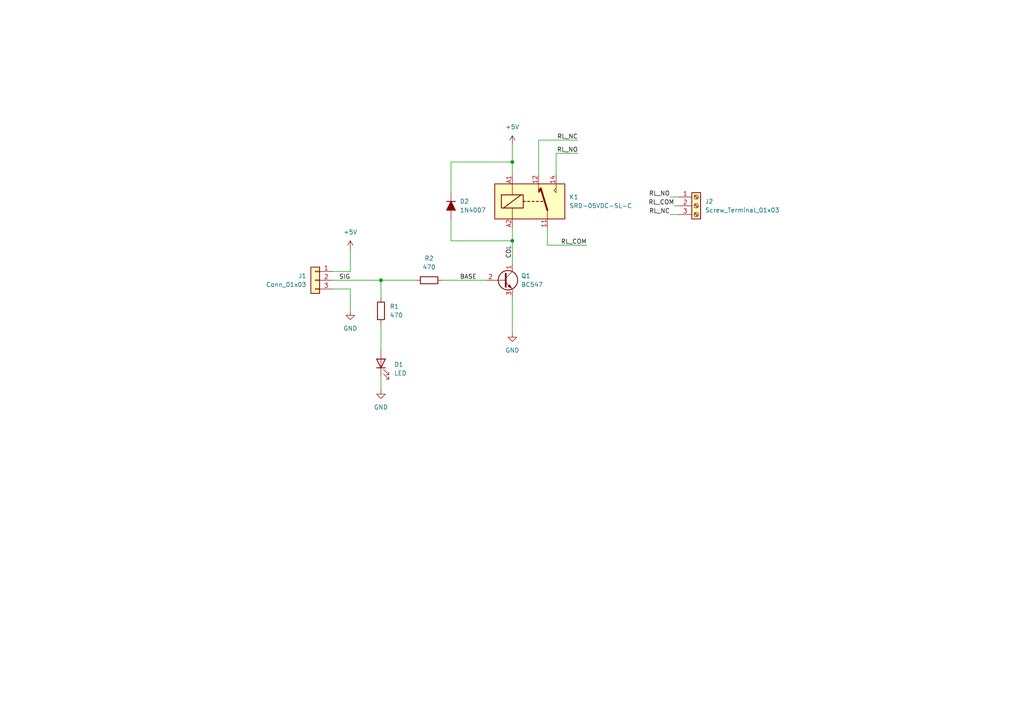
<source format=kicad_sch>
(kicad_sch (version 20250114) (generator "eeschema") (generator_version "9.0")
  (paper "A4")
  (lib_symbols
    (symbol "Connector:Screw_Terminal_01x03" (pin_names (offset 1.016) (hide yes))
      (property "Reference" "J" (at 0 5.08 0))
      (property "Value" "Screw_Terminal_01x03" (at 0 -5.08 0))
      (symbol "Screw_Terminal_01x03_1_1"
        (rectangle (start -1.27 3.81) (end 1.27 -3.81) (stroke (width 0.254)) (fill (type background)))
        (polyline (pts (xy -0.5334 2.8702) (xy 0.3302 2.032)) (stroke (width 0.1524)))
        (polyline (pts (xy -0.5334 0.3302) (xy 0.3302 -0.508)) (stroke (width 0.1524)))
        (polyline (pts (xy -0.5334 -2.2098) (xy 0.3302 -3.048)) (stroke (width 0.1524)))
        (polyline (pts (xy -0.3556 3.048) (xy 0.508 2.2098)) (stroke (width 0.1524)))
        (polyline (pts (xy -0.3556 0.508) (xy 0.508 -0.3302)) (stroke (width 0.1524)))
        (polyline (pts (xy -0.3556 -2.032) (xy 0.508 -2.8702)) (stroke (width 0.1524)))
        (circle (center 0 2.54) (radius 0.635) (stroke (width 0.1524)))
        (circle (center 0 0) (radius 0.635) (stroke (width 0.1524)))
        (circle (center 0 -2.54) (radius 0.635) (stroke (width 0.1524)))
        (pin passive line (at -5.08 2.54 0) (length 3.81) (name "Pin_1") (number "1"))
        (pin passive line (at -5.08 0 0) (length 3.81) (name "Pin_2") (number "2"))
        (pin passive line (at -5.08 -2.54 0) (length 3.81) (name "Pin_3") (number "3"))
      )
    )
    (symbol "Connector_Generic:Conn_01x03" (pin_names (offset 1.016) (hide yes))
      (property "Reference" "J" (at 0 5.08 0))
      (property "Value" "Conn_01x03" (at 0 -5.08 0))
      (symbol "Conn_01x03_1_1"
        (rectangle (start -1.27 3.81) (end 1.27 -3.81) (stroke (width 0.254)) (fill (type background)))
        (rectangle (start -1.27 2.667) (end 0 2.413) (stroke (width 0.1524)))
        (rectangle (start -1.27 0.127) (end 0 -0.127) (stroke (width 0.1524)))
        (rectangle (start -1.27 -2.413) (end 0 -2.667) (stroke (width 0.1524)))
        (pin passive line (at -5.08 2.54 0) (length 3.81) (name "Pin_1") (number "1"))
        (pin passive line (at -5.08 0 0) (length 3.81) (name "Pin_2") (number "2"))
        (pin passive line (at -5.08 -2.54 0) (length 3.81) (name "Pin_3") (number "3"))
      )
    )
    (symbol "Device:D_Filled" (pin_numbers (hide yes)) (pin_names (offset 1.016) (hide yes))
      (property "Reference" "D" (at 0 2.54 0))
      (property "Value" "D_Filled" (at 0 -2.54 0))
      (symbol "D_Filled_0_1"
        (polyline (pts (xy -1.27 1.27) (xy -1.27 -1.27)) (stroke (width 0.254)))
        (polyline (pts (xy 1.27 1.27) (xy 1.27 -1.27) (xy -1.27 0) (xy 1.27 1.27)) (stroke (width 0.254)) (fill (type outline)))
        (polyline (pts (xy 1.27 0) (xy -1.27 0)))
      )
      (symbol "D_Filled_1_1"
        (pin passive line (at -3.81 0 0) (length 2.54) (name "K") (number "1"))
        (pin passive line (at 3.81 0 180) (length 2.54) (name "A") (number "2"))
      )
    )
    (symbol "Device:LED" (pin_numbers (hide yes)) (pin_names (offset 1.016) (hide yes))
      (property "Reference" "D" (at 0 2.54 0))
      (property "Value" "LED" (at 0 -2.54 0))
      (symbol "LED_0_1"
        (polyline (pts (xy -3.048 -0.762) (xy -4.572 -2.286) (xy -3.81 -2.286) (xy -4.572 -2.286) (xy -4.572 -1.524)))
        (polyline (pts (xy -1.778 -0.762) (xy -3.302 -2.286) (xy -2.54 -2.286) (xy -3.302 -2.286) (xy -3.302 -1.524)))
        (polyline (pts (xy -1.27 0) (xy 1.27 0)))
        (polyline (pts (xy -1.27 -1.27) (xy -1.27 1.27)) (stroke (width 0.254)))
        (polyline (pts (xy 1.27 -1.27) (xy 1.27 1.27) (xy -1.27 0) (xy 1.27 -1.27)) (stroke (width 0.254)))
      )
      (symbol "LED_1_1"
        (pin passive line (at -3.81 0 0) (length 2.54) (name "K") (number "1"))
        (pin passive line (at 3.81 0 180) (length 2.54) (name "A") (number "2"))
      )
    )
    (symbol "Device:R" (pin_numbers (hide yes)) (pin_names (offset 0))
      (property "Reference" "R" (at 2.032 0 90))
      (property "Value" "R" (at 0 0 90))
      (symbol "R_0_1"
        (rectangle (start -1.016 -2.54) (end 1.016 2.54) (stroke (width 0.254)))
      )
      (symbol "R_1_1"
        (pin passive line (at 0 3.81 270) (length 1.27) (name "~") (number "1"))
        (pin passive line (at 0 -3.81 90) (length 1.27) (name "~") (number "2"))
      )
    )
    (symbol "Relay:Relay_SPDT"
      (property "Reference" "K" (at 11.43 3.81 0))
      (property "Value" "Relay_SPDT" (at 11.43 1.27 0))
      (symbol "Relay_SPDT_0_0"
        (polyline (pts (xy 7.62 5.08) (xy 7.62 2.54) (xy 6.985 3.175) (xy 7.62 3.81)))
      )
      (symbol "Relay_SPDT_0_1"
        (rectangle (start -10.16 5.08) (end 10.16 -5.08) (stroke (width 0.254)) (fill (type background)))
        (rectangle (start -8.255 1.905) (end -1.905 -1.905) (stroke (width 0.254)))
        (polyline (pts (xy -7.62 -1.905) (xy -2.54 1.905)) (stroke (width 0.254)))
        (polyline (pts (xy -5.08 5.08) (xy -5.08 1.905)))
        (polyline (pts (xy -5.08 -5.08) (xy -5.08 -1.905)))
        (polyline (pts (xy -1.905 0) (xy -1.27 0)) (stroke (width 0.254)))
        (polyline (pts (xy -0.635 0) (xy 0 0)) (stroke (width 0.254)))
        (polyline (pts (xy 0.635 0) (xy 1.27 0)) (stroke (width 0.254)))
        (polyline (pts (xy 1.905 0) (xy 2.54 0)) (stroke (width 0.254)))
        (polyline (pts (xy 2.54 5.08) (xy 2.54 2.54) (xy 3.175 3.175) (xy 2.54 3.81)) (fill (type outline)))
        (polyline (pts (xy 3.175 0) (xy 3.81 0)) (stroke (width 0.254)))
        (polyline (pts (xy 5.08 -2.54) (xy 3.175 3.81)) (stroke (width 0.508)))
        (polyline (pts (xy 5.08 -2.54) (xy 5.08 -5.08)))
      )
      (symbol "Relay_SPDT_1_1"
        (pin passive line (at -5.08 7.62 270) (length 2.54) (name "~") (number "A1"))
        (pin passive line (at -5.08 -7.62 90) (length 2.54) (name "~") (number "A2"))
        (pin passive line (at 2.54 7.62 270) (length 2.54) (name "~") (number "12"))
        (pin passive line (at 5.08 -7.62 90) (length 2.54) (name "~") (number "11"))
        (pin passive line (at 7.62 7.62 270) (length 2.54) (name "~") (number "14"))
      )
    )
    (symbol "Transistor_BJT:Q_NPN_CBE" (pin_names (offset 0) (hide yes))
      (property "Reference" "Q" (at 5.08 1.27 0))
      (property "Value" "Q_NPN_CBE" (at 5.08 -1.27 0))
      (symbol "Q_NPN_CBE_0_1"
        (polyline (pts (xy -2.54 0) (xy 0.635 0)))
        (polyline (pts (xy 0.635 1.905) (xy 0.635 -1.905)) (stroke (width 0.508)))
        (circle (center 1.27 0) (radius 2.8194) (stroke (width 0.254)))
      )
      (symbol "Q_NPN_CBE_1_1"
        (polyline (pts (xy 0.635 0.635) (xy 2.54 2.54)))
        (polyline (pts (xy 0.635 -0.635) (xy 2.54 -2.54)))
        (polyline (pts (xy 1.27 -1.778) (xy 1.778 -1.27) (xy 2.286 -2.286) (xy 1.27 -1.778)) (fill (type outline)))
        (pin input line (at -5.08 0 0) (length 2.54) (name "B") (number "2"))
        (pin passive line (at 2.54 5.08 270) (length 2.54) (name "C") (number "1"))
        (pin passive line (at 2.54 -5.08 90) (length 2.54) (name "E") (number "3"))
      )
    )
    (symbol "power:+5V" (power) (pin_numbers (hide yes)) (pin_names (offset 0) (hide yes))
      (property "Value" "+5V" (at 0 3.556 0))
      (symbol "+5V_0_1"
        (polyline (pts (xy -0.762 1.27) (xy 0 2.54)))
        (polyline (pts (xy 0 2.54) (xy 0.762 1.27)))
        (polyline (pts (xy 0 0) (xy 0 2.54)))
      )
      (symbol "+5V_1_1"
        (pin power_in line (at 0 0 90) (length 0) (name "~") (number "1"))
      )
    )
    (symbol "power:GND" (power) (pin_numbers (hide yes)) (pin_names (offset 0) (hide yes))
      (property "Value" "GND" (at 0 -3.81 0))
      (symbol "GND_0_1"
        (polyline (pts (xy 0 0) (xy 0 -1.27) (xy 1.27 -1.27) (xy 0 -2.54) (xy -1.27 -1.27) (xy 0 -1.27)))
      )
      (symbol "GND_1_1"
        (pin power_in line (at 0 0 270) (length 0) (name "~") (number "1"))
      )
    )
  )
  (junction (at 148.59 46.99))
  (junction (at 148.59 69.85))
  (junction (at 110.49 81.28))
  (wire (pts (xy 148.59 86.36) (xy 148.59 96.52)))
  (wire (pts (xy 158.75 66.04) (xy 158.75 71.12)))
  (wire (pts (xy 158.75 71.12) (xy 170.18 71.12)))
  (wire (pts (xy 128.27 81.28) (xy 140.97 81.28)))
  (wire (pts (xy 194.31 57.15) (xy 196.85 57.15)))
  (wire (pts (xy 148.59 41.91) (xy 148.59 46.99)))
  (wire (pts (xy 161.29 44.45) (xy 167.64 44.45)))
  (wire (pts (xy 194.31 62.23) (xy 196.85 62.23)))
  (wire (pts (xy 148.59 46.99) (xy 148.59 50.8)))
  (wire (pts (xy 96.52 83.82) (xy 101.6 83.82)))
  (wire (pts (xy 156.21 40.64) (xy 167.64 40.64)))
  (wire (pts (xy 161.29 50.8) (xy 161.29 44.45)))
  (wire (pts (xy 96.52 81.28) (xy 110.49 81.28)))
  (wire (pts (xy 101.6 83.82) (xy 101.6 90.17)))
  (wire (pts (xy 101.6 78.74) (xy 96.52 78.74)))
  (wire (pts (xy 101.6 72.39) (xy 101.6 78.74)))
  (wire (pts (xy 130.81 55.88) (xy 130.81 46.99)))
  (wire (pts (xy 148.59 69.85) (xy 148.59 76.2)))
  (wire (pts (xy 110.49 109.22) (xy 110.49 113.03)))
  (wire (pts (xy 148.59 66.04) (xy 148.59 69.85)))
  (wire (pts (xy 110.49 93.98) (xy 110.49 101.6)))
  (wire (pts (xy 156.21 50.8) (xy 156.21 40.64)))
  (wire (pts (xy 110.49 81.28) (xy 110.49 86.36)))
  (wire (pts (xy 110.49 81.28) (xy 120.65 81.28)))
  (wire (pts (xy 130.81 46.99) (xy 148.59 46.99)))
  (wire (pts (xy 195.58 59.69) (xy 196.85 59.69)))
  (wire (pts (xy 130.81 63.5) (xy 130.81 69.85)))
  (wire (pts (xy 130.81 69.85) (xy 148.59 69.85)))
  (label "RL_NO" (at 194.31 57.15 180))
  (label "RL_NC" (at 194.31 62.23 180))
  (label "RL_COM" (at 170.18 71.12 180))
  (label "COL" (at 148.59 74.93 90))
  (label "RL_COM" (at 195.58 59.69 180))
  (label "RL_NO" (at 167.64 44.45 180))
  (label "BASE" (at 133.35 81.28 0))
  (label "RL_NC" (at 167.64 40.64 180))
  (label "SIG" (at 101.6 81.28 180))
  (symbol (lib_id "Device:LED") (at 110.49 105.41 90) (unit 1)
    (property "Reference" "D1" (at 114.3 105.7274 90) (effects (justify right)))
    (property "Value" "LED" (at 114.3 108.2674 90) (effects (justify right)))
    (property "Footprint" "LED_THT:LED_D5.0mm" (effects (hide yes)))
    (property "Description" "Light emitting diode" (effects (hide yes)))
    (property "Sim.Pins" "1=K 2=A" (effects (hide yes)))
  )
  (symbol (lib_id "Relay:Relay_SPDT") (at 153.67 58.42 0) (unit 1)
    (property "Reference" "K1" (at 165.1 57.1499 0) (effects (justify left)))
    (property "Value" "SRD-05VDC-SL-C" (at 165.1 59.6899 0) (effects (justify left)))
    (property "Footprint" "Relay_THT:Relay_SPDT_Finder_36.11" (effects (hide yes)))
    (property "Description" "Relay SPDT, monostable, EN50005" (effects (hide yes)))
  )
  (symbol (lib_id "Device:D_Filled") (at 130.81 59.69 270) (unit 1)
    (property "Reference" "D2" (at 133.35 58.4199 90) (effects (justify left)))
    (property "Value" "1N4007" (at 133.35 60.9599 90) (effects (justify left)))
    (property "Footprint" "Diode_THT:D_DO-41_SOD81_P10.16mm_Horizontal" (effects (hide yes)))
    (property "Description" "Diode, filled shape" (effects (hide yes)))
    (property "Sim.Device" "D" (effects (hide yes)))
    (property "Sim.Pins" "1=K 2=A" (effects (hide yes)))
  )
  (symbol (lib_id "Transistor_BJT:Q_NPN_CBE") (at 146.05 81.28 0) (unit 1)
    (property "Reference" "Q1" (at 151.13 80.0099 0) (effects (justify left)))
    (property "Value" "BC547" (at 151.13 82.5499 0) (effects (justify left)))
    (property "Footprint" "Package_TO_SOT_THT:TO-92L_Inline_Wide" (effects (hide yes)))
    (property "Description" "NPN transistor, collector/base/emitter" (effects (hide yes)))
  )
  (symbol (lib_id "power:+5V") (at 101.6 72.39 0) (unit 1)
    (property "Reference" "#PWR01" (effects (hide yes)))
    (property "Value" "+5V" (at 101.6 67.31 0))
    (property "Description" "Power symbol creates a global label with name \"+5V\"" (effects (hide yes)))
  )
  (symbol (lib_id "Connector:Screw_Terminal_01x03") (at 201.93 59.69 0) (unit 1)
    (property "Reference" "J2" (at 204.47 58.4199 0) (effects (justify left)))
    (property "Value" "Screw_Terminal_01x03" (at 204.47 60.9599 0) (effects (justify left)))
    (property "Footprint" "TerminalBlock_Phoenix:TerminalBlock_Phoenix_MKDS-1,5-3-5.08_1x03_P5.08mm_Horizontal" (effects (hide yes)))
    (property "Description" "Generic screw terminal, single row, 01x03, script generated (kicad-library-utils/schlib/autogen/connector/)" (effects (hide yes)))
  )
  (symbol (lib_id "Device:R") (at 110.49 90.17 0) (unit 1)
    (property "Reference" "R1" (at 113.03 88.8999 0) (effects (justify left)))
    (property "Value" "470" (at 113.03 91.4399 0) (effects (justify left)))
    (property "Footprint" "Resistor_THT:R_Axial_DIN0207_L6.3mm_D2.5mm_P10.16mm_Horizontal" (effects (hide yes)))
    (property "Description" "Resistor" (effects (hide yes)))
  )
  (symbol (lib_id "power:+5V") (at 148.59 41.91 0) (unit 1)
    (property "Reference" "#PWR04" (effects (hide yes)))
    (property "Value" "+5V" (at 148.59 36.83 0))
    (property "Description" "Power symbol creates a global label with name \"+5V\"" (effects (hide yes)))
  )
  (symbol (lib_id "Device:R") (at 124.46 81.28 90) (unit 1)
    (property "Reference" "R2" (at 124.46 74.93 90))
    (property "Value" "470" (at 124.46 77.47 90))
    (property "Footprint" "Resistor_THT:R_Axial_DIN0207_L6.3mm_D2.5mm_P10.16mm_Horizontal" (effects (hide yes)))
    (property "Description" "Resistor" (effects (hide yes)))
  )
  (symbol (lib_id "power:GND") (at 148.59 96.52 0) (unit 1)
    (property "Reference" "#PWR05" (effects (hide yes)))
    (property "Value" "GND" (at 148.59 101.6 0))
    (property "Description" "Power symbol creates a global label with name \"GND\" , ground" (effects (hide yes)))
  )
  (symbol (lib_id "power:GND") (at 110.49 113.03 0) (unit 1)
    (property "Reference" "#PWR03" (effects (hide yes)))
    (property "Value" "GND" (at 110.49 118.11 0))
    (property "Description" "Power symbol creates a global label with name \"GND\" , ground" (effects (hide yes)))
  )
  (symbol (lib_id "power:GND") (at 101.6 90.17 0) (unit 1)
    (property "Reference" "#PWR02" (effects (hide yes)))
    (property "Value" "GND" (at 101.6 95.25 0))
    (property "Description" "Power symbol creates a global label with name \"GND\" , ground" (effects (hide yes)))
  )
  (symbol (lib_id "Connector_Generic:Conn_01x03") (at 91.44 81.28 0) (mirror y) (unit 1)
    (property "Reference" "J1" (at 88.9 80.0099 0) (effects (justify left)))
    (property "Value" "Conn_01x03" (at 88.9 82.5499 0) (effects (justify left)))
    (property "Footprint" "Connector_PinHeader_2.54mm:PinHeader_1x03_P2.54mm_Vertical" (effects (hide yes)))
    (property "Description" "Generic connector, single row, 01x03, script generated (kicad-library-utils/schlib/autogen/connector/)" (effects (hide yes)))
  )
)
</source>
